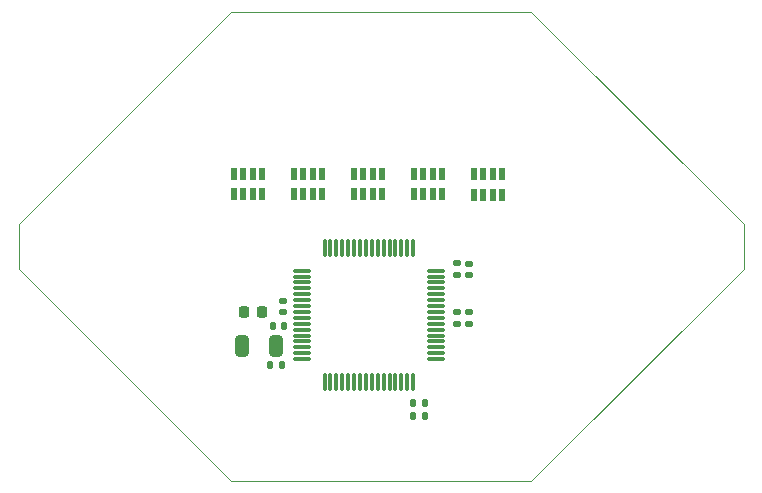
<source format=gbr>
%TF.GenerationSoftware,KiCad,Pcbnew,(7.0.0)*%
%TF.CreationDate,2023-03-06T19:23:03-05:00*%
%TF.ProjectId,cyton daisy,6379746f-6e20-4646-9169-73792e6b6963,rev?*%
%TF.SameCoordinates,Original*%
%TF.FileFunction,Paste,Top*%
%TF.FilePolarity,Positive*%
%FSLAX46Y46*%
G04 Gerber Fmt 4.6, Leading zero omitted, Abs format (unit mm)*
G04 Created by KiCad (PCBNEW (7.0.0)) date 2023-03-06 19:23:03*
%MOMM*%
%LPD*%
G01*
G04 APERTURE LIST*
G04 Aperture macros list*
%AMRoundRect*
0 Rectangle with rounded corners*
0 $1 Rounding radius*
0 $2 $3 $4 $5 $6 $7 $8 $9 X,Y pos of 4 corners*
0 Add a 4 corners polygon primitive as box body*
4,1,4,$2,$3,$4,$5,$6,$7,$8,$9,$2,$3,0*
0 Add four circle primitives for the rounded corners*
1,1,$1+$1,$2,$3*
1,1,$1+$1,$4,$5*
1,1,$1+$1,$6,$7*
1,1,$1+$1,$8,$9*
0 Add four rect primitives between the rounded corners*
20,1,$1+$1,$2,$3,$4,$5,0*
20,1,$1+$1,$4,$5,$6,$7,0*
20,1,$1+$1,$6,$7,$8,$9,0*
20,1,$1+$1,$8,$9,$2,$3,0*%
G04 Aperture macros list end*
%ADD10RoundRect,0.225000X0.225000X0.250000X-0.225000X0.250000X-0.225000X-0.250000X0.225000X-0.250000X0*%
%ADD11RoundRect,0.037100X-0.227900X0.447900X-0.227900X-0.447900X0.227900X-0.447900X0.227900X0.447900X0*%
%ADD12RoundRect,0.037100X0.227900X-0.447900X0.227900X0.447900X-0.227900X0.447900X-0.227900X-0.447900X0*%
%ADD13RoundRect,0.140000X0.170000X-0.140000X0.170000X0.140000X-0.170000X0.140000X-0.170000X-0.140000X0*%
%ADD14RoundRect,0.140000X-0.170000X0.140000X-0.170000X-0.140000X0.170000X-0.140000X0.170000X0.140000X0*%
%ADD15RoundRect,0.135000X-0.185000X0.135000X-0.185000X-0.135000X0.185000X-0.135000X0.185000X0.135000X0*%
%ADD16RoundRect,0.140000X-0.140000X-0.170000X0.140000X-0.170000X0.140000X0.170000X-0.140000X0.170000X0*%
%ADD17RoundRect,0.075000X-0.075000X0.662500X-0.075000X-0.662500X0.075000X-0.662500X0.075000X0.662500X0*%
%ADD18RoundRect,0.075000X-0.662500X0.075000X-0.662500X-0.075000X0.662500X-0.075000X0.662500X0.075000X0*%
%ADD19RoundRect,0.250000X-0.325000X-0.650000X0.325000X-0.650000X0.325000X0.650000X-0.325000X0.650000X0*%
%TA.AperFunction,Profile*%
%ADD20C,0.101600*%
%TD*%
G04 APERTURE END LIST*
D10*
%TO.C,C13*%
X129603800Y-101625400D03*
X128053800Y-101625400D03*
%TD*%
D11*
%TO.C,R2*%
X134683200Y-89916000D03*
X133883200Y-89916000D03*
X133083200Y-89916000D03*
X132283200Y-89916000D03*
D12*
X132283200Y-91666000D03*
X133083200Y-91666000D03*
X133883200Y-91666000D03*
X134683200Y-91666000D03*
%TD*%
D13*
%TO.C,C14*%
X131343400Y-101648200D03*
X131343400Y-100688200D03*
%TD*%
D14*
%TO.C,C15*%
X147143900Y-97528000D03*
X147143900Y-98488000D03*
%TD*%
D15*
%TO.C,R6*%
X146102500Y-97496000D03*
X146102500Y-98516000D03*
%TD*%
D11*
%TO.C,R1*%
X129603200Y-89916000D03*
X128803200Y-89916000D03*
X128003200Y-89916000D03*
X127203200Y-89916000D03*
D12*
X127203200Y-91666000D03*
X128003200Y-91666000D03*
X128803200Y-91666000D03*
X129603200Y-91666000D03*
%TD*%
D16*
%TO.C,C11*%
X130281800Y-106146600D03*
X131241800Y-106146600D03*
%TD*%
D11*
%TO.C,R5*%
X149923200Y-89941400D03*
X149123200Y-89941400D03*
X148323200Y-89941400D03*
X147523200Y-89941400D03*
D12*
X147523200Y-91691400D03*
X148323200Y-91691400D03*
X149123200Y-91691400D03*
X149923200Y-91691400D03*
%TD*%
D16*
%TO.C,C19*%
X142392400Y-110388400D03*
X143352400Y-110388400D03*
%TD*%
D14*
%TO.C,C10*%
X146075400Y-101650800D03*
X146075400Y-102610800D03*
%TD*%
D17*
%TO.C,U1*%
X142384900Y-96206300D03*
X141884900Y-96206300D03*
X141384900Y-96206300D03*
X140884900Y-96206300D03*
X140384900Y-96206300D03*
X139884900Y-96206300D03*
X139384900Y-96206300D03*
X138884900Y-96206300D03*
X138384900Y-96206300D03*
X137884900Y-96206300D03*
X137384900Y-96206300D03*
X136884900Y-96206300D03*
X136384900Y-96206300D03*
X135884900Y-96206300D03*
X135384900Y-96206300D03*
X134884900Y-96206300D03*
D18*
X132972400Y-98118800D03*
X132972400Y-98618800D03*
X132972400Y-99118800D03*
X132972400Y-99618800D03*
X132972400Y-100118800D03*
X132972400Y-100618800D03*
X132972400Y-101118800D03*
X132972400Y-101618800D03*
X132972400Y-102118800D03*
X132972400Y-102618800D03*
X132972400Y-103118800D03*
X132972400Y-103618800D03*
X132972400Y-104118800D03*
X132972400Y-104618800D03*
X132972400Y-105118800D03*
X132972400Y-105618800D03*
D17*
X134884900Y-107531300D03*
X135384900Y-107531300D03*
X135884900Y-107531300D03*
X136384900Y-107531300D03*
X136884900Y-107531300D03*
X137384900Y-107531300D03*
X137884900Y-107531300D03*
X138384900Y-107531300D03*
X138884900Y-107531300D03*
X139384900Y-107531300D03*
X139884900Y-107531300D03*
X140384900Y-107531300D03*
X140884900Y-107531300D03*
X141384900Y-107531300D03*
X141884900Y-107531300D03*
X142384900Y-107531300D03*
D18*
X144297400Y-105618800D03*
X144297400Y-105118800D03*
X144297400Y-104618800D03*
X144297400Y-104118800D03*
X144297400Y-103618800D03*
X144297400Y-103118800D03*
X144297400Y-102618800D03*
X144297400Y-102118800D03*
X144297400Y-101618800D03*
X144297400Y-101118800D03*
X144297400Y-100618800D03*
X144297400Y-100118800D03*
X144297400Y-99618800D03*
X144297400Y-99118800D03*
X144297400Y-98618800D03*
X144297400Y-98118800D03*
%TD*%
D14*
%TO.C,C8*%
X147142200Y-101650800D03*
X147142200Y-102610800D03*
%TD*%
D11*
%TO.C,R4*%
X144830600Y-89916000D03*
X144030600Y-89916000D03*
X143230600Y-89916000D03*
X142430600Y-89916000D03*
D12*
X142430600Y-91666000D03*
X143230600Y-91666000D03*
X144030600Y-91666000D03*
X144830600Y-91666000D03*
%TD*%
D16*
%TO.C,C6*%
X130485000Y-102844600D03*
X131445000Y-102844600D03*
%TD*%
D11*
%TO.C,R3*%
X139763200Y-89916000D03*
X138963200Y-89916000D03*
X138163200Y-89916000D03*
X137363200Y-89916000D03*
D12*
X137363200Y-91666000D03*
X138163200Y-91666000D03*
X138963200Y-91666000D03*
X139763200Y-91666000D03*
%TD*%
D16*
%TO.C,C21*%
X142392400Y-109347000D03*
X143352400Y-109347000D03*
%TD*%
D19*
%TO.C,C12*%
X127861800Y-104470200D03*
X130811800Y-104470200D03*
%TD*%
D20*
X170357800Y-94183200D02*
X170357800Y-97942400D01*
X152374600Y-115900200D01*
X126974600Y-115900200D01*
X108991400Y-97942400D01*
X108991400Y-94208600D01*
X126974600Y-76225400D01*
X152400000Y-76225400D01*
X170357800Y-94183200D01*
M02*

</source>
